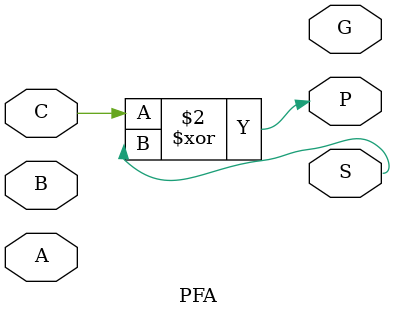
<source format=v>

module main;    //: root_module
wire w6;    //: /sn:0 {0}(79,61)(107,61)(107,90){1}
wire w4;    //: /sn:0 {0}(113,168)(113,223)(133,223)(133,213){1}
wire w3;    //: /sn:0 {0}(183,168)(183,228)(210,228)(210,218){1}
wire w0;    //: /sn:0 {0}(140,26)(178,26)(178,90){1}
wire w1;    //: /sn:0 {0}(253,68)(263,68)(263,120)(220,120){1}
wire w5;    //: /sn:0 {0}(147,168)(147,224)(167,224)(167,214){1}
//: enddecls

  led g4 (.I(w4));   //: @(133,206) /sn:0 /w:[ 1 ] /type:0
  //: switch g3 (w1) @(236,68) /sn:0 /w:[ 0 ] /st:0
  //: switch g2 (w0) @(123,26) /sn:0 /w:[ 0 ] /st:0
  //: switch g1 (w6) @(62,61) /sn:0 /w:[ 0 ] /st:0
  led g6 (.I(w3));   //: @(210,211) /sn:0 /w:[ 1 ] /type:0
  led g5 (.I(w5));   //: @(167,207) /sn:0 /w:[ 1 ] /type:0
  PFA_v2 g0 (.B(w0), .A(w6), .C(w1), .G(w5), .P(w4), .S(w3));   //: @(85, 91) /sz:(134, 76) /sn:0 /p:[ Ti0>1 Ti1>1 Ri0>1 Bo0<0 Bo1<0 Bo2<0 ]

endmodule

module PFA(C, B, G, S, P, A);
//: interface  /sz:(134, 76) /bd:[ Ti0>A(22/134) Ti1>B(93/134) Ri0>C(29/76) Bo0<S(98/134) Bo1<P(28/134) Bo2<G(62/134) ]
input B;    //: /sn:0 {0}(79,146)(105,146){1}
//: {2}(109,146)(156,146)(156,108)(164,108){3}
//: {4}(107,148)(107,261)(181,261){5}
input A;    //: /sn:0 {0}(88,93)(134,93){1}
//: {2}(138,93)(156,93)(156,103)(164,103){3}
//: {4}(136,95)(136,256)(181,256){5}
output G;    //: /sn:0 /dp:1 {0}(202,259)(268,259)(268,256)(278,256){1}
output P;    //: /sn:0 /dp:1 {0}(185,106)(216,106)(216,94)(220,94){1}
//: {2}(224,94)(229,94)(229,112)(232,112){3}
//: {4}(222,92)(222,71)(293,71){5}
input C;    //: /sn:0 {0}(91,219)(222,219)(222,117)(232,117){1}
output S;    //: /sn:0 /dp:1 {0}(253,115)(297,115){1}
//: enddecls

  and g8 (.I0(A), .I1(B), .Z(G));   //: @(192,259) /sn:0 /delay:" 1" /w:[ 5 5 0 ]
  xor g4 (.I0(P), .I1(C), .Z(S));   //: @(243,115) /sn:0 /delay:" 2" /w:[ 3 1 0 ]
  xor g3 (.I0(A), .I1(B), .Z(P));   //: @(175,106) /sn:0 /delay:" 2" /w:[ 3 3 0 ]
  //: input g2 (C) @(89,219) /sn:0 /w:[ 0 ]
  //: input g1 (B) @(77,146) /sn:0 /w:[ 0 ]
  //: output g11 (G) @(275,256) /sn:0 /w:[ 1 ]
  //: joint g10 (B) @(107, 146) /w:[ 2 -1 1 4 ]
  //: joint g6 (P) @(222, 94) /w:[ 2 4 1 -1 ]
  //: joint g9 (A) @(136, 93) /w:[ 2 -1 1 4 ]
  //: output g7 (S) @(294,115) /sn:0 /w:[ 1 ]
  //: output g5 (P) @(290,71) /sn:0 /w:[ 5 ]
  //: input g0 (A) @(86,93) /sn:0 /w:[ 0 ]

endmodule

</source>
